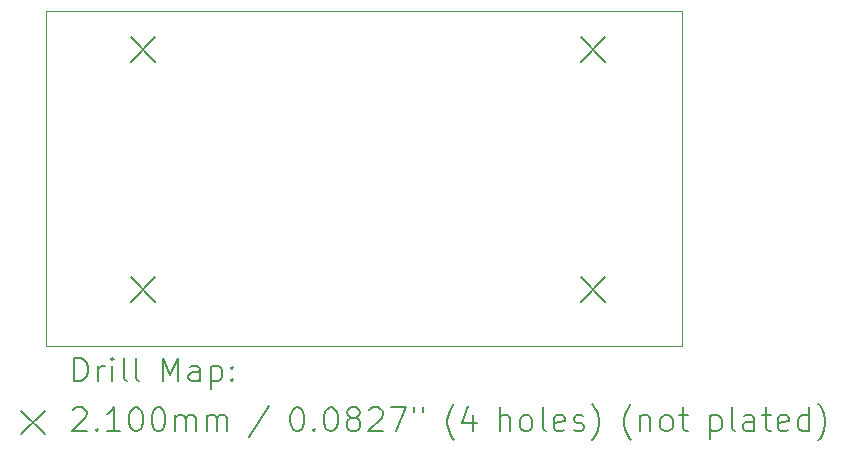
<source format=gbr>
%TF.GenerationSoftware,KiCad,Pcbnew,(6.99.0-5210-g1b15854da5)*%
%TF.CreationDate,2023-02-20T10:04:08+05:30*%
%TF.ProjectId,Prot_Circ,50726f74-5f43-4697-9263-2e6b69636164,rev?*%
%TF.SameCoordinates,Original*%
%TF.FileFunction,Drillmap*%
%TF.FilePolarity,Positive*%
%FSLAX45Y45*%
G04 Gerber Fmt 4.5, Leading zero omitted, Abs format (unit mm)*
G04 Created by KiCad (PCBNEW (6.99.0-5210-g1b15854da5)) date 2023-02-20 10:04:08*
%MOMM*%
%LPD*%
G01*
G04 APERTURE LIST*
%ADD10C,0.100000*%
%ADD11C,0.200000*%
%ADD12C,0.210000*%
G04 APERTURE END LIST*
D10*
X11366500Y-7292340D02*
X16532860Y-7292340D01*
X16756380Y-10129520D02*
X11366500Y-10129520D01*
X11366500Y-10129520D02*
X11366500Y-7292340D01*
X16756380Y-7292340D02*
X16756380Y-10129520D01*
X16532860Y-7292340D02*
X16756380Y-7292340D01*
D11*
D12*
X12087000Y-7515000D02*
X12297000Y-7725000D01*
X12297000Y-7515000D02*
X12087000Y-7725000D01*
X12087000Y-9547000D02*
X12297000Y-9757000D01*
X12297000Y-9547000D02*
X12087000Y-9757000D01*
X15897000Y-7515000D02*
X16107000Y-7725000D01*
X16107000Y-7515000D02*
X15897000Y-7725000D01*
X15897000Y-9547000D02*
X16107000Y-9757000D01*
X16107000Y-9547000D02*
X15897000Y-9757000D01*
D11*
X11609119Y-10427996D02*
X11609119Y-10227996D01*
X11609119Y-10227996D02*
X11656738Y-10227996D01*
X11656738Y-10227996D02*
X11685309Y-10237520D01*
X11685309Y-10237520D02*
X11704357Y-10256568D01*
X11704357Y-10256568D02*
X11713881Y-10275615D01*
X11713881Y-10275615D02*
X11723405Y-10313710D01*
X11723405Y-10313710D02*
X11723405Y-10342282D01*
X11723405Y-10342282D02*
X11713881Y-10380377D01*
X11713881Y-10380377D02*
X11704357Y-10399425D01*
X11704357Y-10399425D02*
X11685309Y-10418472D01*
X11685309Y-10418472D02*
X11656738Y-10427996D01*
X11656738Y-10427996D02*
X11609119Y-10427996D01*
X11809119Y-10427996D02*
X11809119Y-10294663D01*
X11809119Y-10332758D02*
X11818643Y-10313710D01*
X11818643Y-10313710D02*
X11828167Y-10304187D01*
X11828167Y-10304187D02*
X11847214Y-10294663D01*
X11847214Y-10294663D02*
X11866262Y-10294663D01*
X11932928Y-10427996D02*
X11932928Y-10294663D01*
X11932928Y-10227996D02*
X11923405Y-10237520D01*
X11923405Y-10237520D02*
X11932928Y-10247044D01*
X11932928Y-10247044D02*
X11942452Y-10237520D01*
X11942452Y-10237520D02*
X11932928Y-10227996D01*
X11932928Y-10227996D02*
X11932928Y-10247044D01*
X12056738Y-10427996D02*
X12037690Y-10418472D01*
X12037690Y-10418472D02*
X12028167Y-10399425D01*
X12028167Y-10399425D02*
X12028167Y-10227996D01*
X12161500Y-10427996D02*
X12142452Y-10418472D01*
X12142452Y-10418472D02*
X12132928Y-10399425D01*
X12132928Y-10399425D02*
X12132928Y-10227996D01*
X12357690Y-10427996D02*
X12357690Y-10227996D01*
X12357690Y-10227996D02*
X12424357Y-10370853D01*
X12424357Y-10370853D02*
X12491024Y-10227996D01*
X12491024Y-10227996D02*
X12491024Y-10427996D01*
X12671976Y-10427996D02*
X12671976Y-10323234D01*
X12671976Y-10323234D02*
X12662452Y-10304187D01*
X12662452Y-10304187D02*
X12643405Y-10294663D01*
X12643405Y-10294663D02*
X12605309Y-10294663D01*
X12605309Y-10294663D02*
X12586262Y-10304187D01*
X12671976Y-10418472D02*
X12652928Y-10427996D01*
X12652928Y-10427996D02*
X12605309Y-10427996D01*
X12605309Y-10427996D02*
X12586262Y-10418472D01*
X12586262Y-10418472D02*
X12576738Y-10399425D01*
X12576738Y-10399425D02*
X12576738Y-10380377D01*
X12576738Y-10380377D02*
X12586262Y-10361330D01*
X12586262Y-10361330D02*
X12605309Y-10351806D01*
X12605309Y-10351806D02*
X12652928Y-10351806D01*
X12652928Y-10351806D02*
X12671976Y-10342282D01*
X12767214Y-10294663D02*
X12767214Y-10494663D01*
X12767214Y-10304187D02*
X12786262Y-10294663D01*
X12786262Y-10294663D02*
X12824357Y-10294663D01*
X12824357Y-10294663D02*
X12843405Y-10304187D01*
X12843405Y-10304187D02*
X12852928Y-10313710D01*
X12852928Y-10313710D02*
X12862452Y-10332758D01*
X12862452Y-10332758D02*
X12862452Y-10389901D01*
X12862452Y-10389901D02*
X12852928Y-10408949D01*
X12852928Y-10408949D02*
X12843405Y-10418472D01*
X12843405Y-10418472D02*
X12824357Y-10427996D01*
X12824357Y-10427996D02*
X12786262Y-10427996D01*
X12786262Y-10427996D02*
X12767214Y-10418472D01*
X12948167Y-10408949D02*
X12957690Y-10418472D01*
X12957690Y-10418472D02*
X12948167Y-10427996D01*
X12948167Y-10427996D02*
X12938643Y-10418472D01*
X12938643Y-10418472D02*
X12948167Y-10408949D01*
X12948167Y-10408949D02*
X12948167Y-10427996D01*
X12948167Y-10304187D02*
X12957690Y-10313710D01*
X12957690Y-10313710D02*
X12948167Y-10323234D01*
X12948167Y-10323234D02*
X12938643Y-10313710D01*
X12938643Y-10313710D02*
X12948167Y-10304187D01*
X12948167Y-10304187D02*
X12948167Y-10323234D01*
X11161500Y-10674520D02*
X11361500Y-10874520D01*
X11361500Y-10674520D02*
X11161500Y-10874520D01*
X11599595Y-10667044D02*
X11609119Y-10657520D01*
X11609119Y-10657520D02*
X11628167Y-10647996D01*
X11628167Y-10647996D02*
X11675786Y-10647996D01*
X11675786Y-10647996D02*
X11694833Y-10657520D01*
X11694833Y-10657520D02*
X11704357Y-10667044D01*
X11704357Y-10667044D02*
X11713881Y-10686091D01*
X11713881Y-10686091D02*
X11713881Y-10705139D01*
X11713881Y-10705139D02*
X11704357Y-10733710D01*
X11704357Y-10733710D02*
X11590071Y-10847996D01*
X11590071Y-10847996D02*
X11713881Y-10847996D01*
X11799595Y-10828949D02*
X11809119Y-10838472D01*
X11809119Y-10838472D02*
X11799595Y-10847996D01*
X11799595Y-10847996D02*
X11790071Y-10838472D01*
X11790071Y-10838472D02*
X11799595Y-10828949D01*
X11799595Y-10828949D02*
X11799595Y-10847996D01*
X11999595Y-10847996D02*
X11885309Y-10847996D01*
X11942452Y-10847996D02*
X11942452Y-10647996D01*
X11942452Y-10647996D02*
X11923405Y-10676568D01*
X11923405Y-10676568D02*
X11904357Y-10695615D01*
X11904357Y-10695615D02*
X11885309Y-10705139D01*
X12123405Y-10647996D02*
X12142452Y-10647996D01*
X12142452Y-10647996D02*
X12161500Y-10657520D01*
X12161500Y-10657520D02*
X12171024Y-10667044D01*
X12171024Y-10667044D02*
X12180548Y-10686091D01*
X12180548Y-10686091D02*
X12190071Y-10724187D01*
X12190071Y-10724187D02*
X12190071Y-10771806D01*
X12190071Y-10771806D02*
X12180548Y-10809901D01*
X12180548Y-10809901D02*
X12171024Y-10828949D01*
X12171024Y-10828949D02*
X12161500Y-10838472D01*
X12161500Y-10838472D02*
X12142452Y-10847996D01*
X12142452Y-10847996D02*
X12123405Y-10847996D01*
X12123405Y-10847996D02*
X12104357Y-10838472D01*
X12104357Y-10838472D02*
X12094833Y-10828949D01*
X12094833Y-10828949D02*
X12085309Y-10809901D01*
X12085309Y-10809901D02*
X12075786Y-10771806D01*
X12075786Y-10771806D02*
X12075786Y-10724187D01*
X12075786Y-10724187D02*
X12085309Y-10686091D01*
X12085309Y-10686091D02*
X12094833Y-10667044D01*
X12094833Y-10667044D02*
X12104357Y-10657520D01*
X12104357Y-10657520D02*
X12123405Y-10647996D01*
X12313881Y-10647996D02*
X12332929Y-10647996D01*
X12332929Y-10647996D02*
X12351976Y-10657520D01*
X12351976Y-10657520D02*
X12361500Y-10667044D01*
X12361500Y-10667044D02*
X12371024Y-10686091D01*
X12371024Y-10686091D02*
X12380548Y-10724187D01*
X12380548Y-10724187D02*
X12380548Y-10771806D01*
X12380548Y-10771806D02*
X12371024Y-10809901D01*
X12371024Y-10809901D02*
X12361500Y-10828949D01*
X12361500Y-10828949D02*
X12351976Y-10838472D01*
X12351976Y-10838472D02*
X12332929Y-10847996D01*
X12332929Y-10847996D02*
X12313881Y-10847996D01*
X12313881Y-10847996D02*
X12294833Y-10838472D01*
X12294833Y-10838472D02*
X12285309Y-10828949D01*
X12285309Y-10828949D02*
X12275786Y-10809901D01*
X12275786Y-10809901D02*
X12266262Y-10771806D01*
X12266262Y-10771806D02*
X12266262Y-10724187D01*
X12266262Y-10724187D02*
X12275786Y-10686091D01*
X12275786Y-10686091D02*
X12285309Y-10667044D01*
X12285309Y-10667044D02*
X12294833Y-10657520D01*
X12294833Y-10657520D02*
X12313881Y-10647996D01*
X12466262Y-10847996D02*
X12466262Y-10714663D01*
X12466262Y-10733710D02*
X12475786Y-10724187D01*
X12475786Y-10724187D02*
X12494833Y-10714663D01*
X12494833Y-10714663D02*
X12523405Y-10714663D01*
X12523405Y-10714663D02*
X12542452Y-10724187D01*
X12542452Y-10724187D02*
X12551976Y-10743234D01*
X12551976Y-10743234D02*
X12551976Y-10847996D01*
X12551976Y-10743234D02*
X12561500Y-10724187D01*
X12561500Y-10724187D02*
X12580548Y-10714663D01*
X12580548Y-10714663D02*
X12609119Y-10714663D01*
X12609119Y-10714663D02*
X12628167Y-10724187D01*
X12628167Y-10724187D02*
X12637690Y-10743234D01*
X12637690Y-10743234D02*
X12637690Y-10847996D01*
X12732929Y-10847996D02*
X12732929Y-10714663D01*
X12732929Y-10733710D02*
X12742452Y-10724187D01*
X12742452Y-10724187D02*
X12761500Y-10714663D01*
X12761500Y-10714663D02*
X12790071Y-10714663D01*
X12790071Y-10714663D02*
X12809119Y-10724187D01*
X12809119Y-10724187D02*
X12818643Y-10743234D01*
X12818643Y-10743234D02*
X12818643Y-10847996D01*
X12818643Y-10743234D02*
X12828167Y-10724187D01*
X12828167Y-10724187D02*
X12847214Y-10714663D01*
X12847214Y-10714663D02*
X12875786Y-10714663D01*
X12875786Y-10714663D02*
X12894833Y-10724187D01*
X12894833Y-10724187D02*
X12904357Y-10743234D01*
X12904357Y-10743234D02*
X12904357Y-10847996D01*
X13262452Y-10638472D02*
X13091024Y-10895615D01*
X13487214Y-10647996D02*
X13506262Y-10647996D01*
X13506262Y-10647996D02*
X13525310Y-10657520D01*
X13525310Y-10657520D02*
X13534833Y-10667044D01*
X13534833Y-10667044D02*
X13544357Y-10686091D01*
X13544357Y-10686091D02*
X13553881Y-10724187D01*
X13553881Y-10724187D02*
X13553881Y-10771806D01*
X13553881Y-10771806D02*
X13544357Y-10809901D01*
X13544357Y-10809901D02*
X13534833Y-10828949D01*
X13534833Y-10828949D02*
X13525310Y-10838472D01*
X13525310Y-10838472D02*
X13506262Y-10847996D01*
X13506262Y-10847996D02*
X13487214Y-10847996D01*
X13487214Y-10847996D02*
X13468167Y-10838472D01*
X13468167Y-10838472D02*
X13458643Y-10828949D01*
X13458643Y-10828949D02*
X13449119Y-10809901D01*
X13449119Y-10809901D02*
X13439595Y-10771806D01*
X13439595Y-10771806D02*
X13439595Y-10724187D01*
X13439595Y-10724187D02*
X13449119Y-10686091D01*
X13449119Y-10686091D02*
X13458643Y-10667044D01*
X13458643Y-10667044D02*
X13468167Y-10657520D01*
X13468167Y-10657520D02*
X13487214Y-10647996D01*
X13639595Y-10828949D02*
X13649119Y-10838472D01*
X13649119Y-10838472D02*
X13639595Y-10847996D01*
X13639595Y-10847996D02*
X13630071Y-10838472D01*
X13630071Y-10838472D02*
X13639595Y-10828949D01*
X13639595Y-10828949D02*
X13639595Y-10847996D01*
X13772929Y-10647996D02*
X13791976Y-10647996D01*
X13791976Y-10647996D02*
X13811024Y-10657520D01*
X13811024Y-10657520D02*
X13820548Y-10667044D01*
X13820548Y-10667044D02*
X13830071Y-10686091D01*
X13830071Y-10686091D02*
X13839595Y-10724187D01*
X13839595Y-10724187D02*
X13839595Y-10771806D01*
X13839595Y-10771806D02*
X13830071Y-10809901D01*
X13830071Y-10809901D02*
X13820548Y-10828949D01*
X13820548Y-10828949D02*
X13811024Y-10838472D01*
X13811024Y-10838472D02*
X13791976Y-10847996D01*
X13791976Y-10847996D02*
X13772929Y-10847996D01*
X13772929Y-10847996D02*
X13753881Y-10838472D01*
X13753881Y-10838472D02*
X13744357Y-10828949D01*
X13744357Y-10828949D02*
X13734833Y-10809901D01*
X13734833Y-10809901D02*
X13725310Y-10771806D01*
X13725310Y-10771806D02*
X13725310Y-10724187D01*
X13725310Y-10724187D02*
X13734833Y-10686091D01*
X13734833Y-10686091D02*
X13744357Y-10667044D01*
X13744357Y-10667044D02*
X13753881Y-10657520D01*
X13753881Y-10657520D02*
X13772929Y-10647996D01*
X13953881Y-10733710D02*
X13934833Y-10724187D01*
X13934833Y-10724187D02*
X13925310Y-10714663D01*
X13925310Y-10714663D02*
X13915786Y-10695615D01*
X13915786Y-10695615D02*
X13915786Y-10686091D01*
X13915786Y-10686091D02*
X13925310Y-10667044D01*
X13925310Y-10667044D02*
X13934833Y-10657520D01*
X13934833Y-10657520D02*
X13953881Y-10647996D01*
X13953881Y-10647996D02*
X13991976Y-10647996D01*
X13991976Y-10647996D02*
X14011024Y-10657520D01*
X14011024Y-10657520D02*
X14020548Y-10667044D01*
X14020548Y-10667044D02*
X14030071Y-10686091D01*
X14030071Y-10686091D02*
X14030071Y-10695615D01*
X14030071Y-10695615D02*
X14020548Y-10714663D01*
X14020548Y-10714663D02*
X14011024Y-10724187D01*
X14011024Y-10724187D02*
X13991976Y-10733710D01*
X13991976Y-10733710D02*
X13953881Y-10733710D01*
X13953881Y-10733710D02*
X13934833Y-10743234D01*
X13934833Y-10743234D02*
X13925310Y-10752758D01*
X13925310Y-10752758D02*
X13915786Y-10771806D01*
X13915786Y-10771806D02*
X13915786Y-10809901D01*
X13915786Y-10809901D02*
X13925310Y-10828949D01*
X13925310Y-10828949D02*
X13934833Y-10838472D01*
X13934833Y-10838472D02*
X13953881Y-10847996D01*
X13953881Y-10847996D02*
X13991976Y-10847996D01*
X13991976Y-10847996D02*
X14011024Y-10838472D01*
X14011024Y-10838472D02*
X14020548Y-10828949D01*
X14020548Y-10828949D02*
X14030071Y-10809901D01*
X14030071Y-10809901D02*
X14030071Y-10771806D01*
X14030071Y-10771806D02*
X14020548Y-10752758D01*
X14020548Y-10752758D02*
X14011024Y-10743234D01*
X14011024Y-10743234D02*
X13991976Y-10733710D01*
X14106262Y-10667044D02*
X14115786Y-10657520D01*
X14115786Y-10657520D02*
X14134833Y-10647996D01*
X14134833Y-10647996D02*
X14182452Y-10647996D01*
X14182452Y-10647996D02*
X14201500Y-10657520D01*
X14201500Y-10657520D02*
X14211024Y-10667044D01*
X14211024Y-10667044D02*
X14220548Y-10686091D01*
X14220548Y-10686091D02*
X14220548Y-10705139D01*
X14220548Y-10705139D02*
X14211024Y-10733710D01*
X14211024Y-10733710D02*
X14096738Y-10847996D01*
X14096738Y-10847996D02*
X14220548Y-10847996D01*
X14287214Y-10647996D02*
X14420548Y-10647996D01*
X14420548Y-10647996D02*
X14334833Y-10847996D01*
X14487214Y-10647996D02*
X14487214Y-10686091D01*
X14563405Y-10647996D02*
X14563405Y-10686091D01*
X14826262Y-10924187D02*
X14816738Y-10914663D01*
X14816738Y-10914663D02*
X14797691Y-10886091D01*
X14797691Y-10886091D02*
X14788167Y-10867044D01*
X14788167Y-10867044D02*
X14778643Y-10838472D01*
X14778643Y-10838472D02*
X14769119Y-10790853D01*
X14769119Y-10790853D02*
X14769119Y-10752758D01*
X14769119Y-10752758D02*
X14778643Y-10705139D01*
X14778643Y-10705139D02*
X14788167Y-10676568D01*
X14788167Y-10676568D02*
X14797691Y-10657520D01*
X14797691Y-10657520D02*
X14816738Y-10628949D01*
X14816738Y-10628949D02*
X14826262Y-10619425D01*
X14988167Y-10714663D02*
X14988167Y-10847996D01*
X14940548Y-10638472D02*
X14892929Y-10781330D01*
X14892929Y-10781330D02*
X15016738Y-10781330D01*
X15212929Y-10847996D02*
X15212929Y-10647996D01*
X15298643Y-10847996D02*
X15298643Y-10743234D01*
X15298643Y-10743234D02*
X15289119Y-10724187D01*
X15289119Y-10724187D02*
X15270072Y-10714663D01*
X15270072Y-10714663D02*
X15241500Y-10714663D01*
X15241500Y-10714663D02*
X15222452Y-10724187D01*
X15222452Y-10724187D02*
X15212929Y-10733710D01*
X15422452Y-10847996D02*
X15403405Y-10838472D01*
X15403405Y-10838472D02*
X15393881Y-10828949D01*
X15393881Y-10828949D02*
X15384357Y-10809901D01*
X15384357Y-10809901D02*
X15384357Y-10752758D01*
X15384357Y-10752758D02*
X15393881Y-10733710D01*
X15393881Y-10733710D02*
X15403405Y-10724187D01*
X15403405Y-10724187D02*
X15422452Y-10714663D01*
X15422452Y-10714663D02*
X15451024Y-10714663D01*
X15451024Y-10714663D02*
X15470072Y-10724187D01*
X15470072Y-10724187D02*
X15479595Y-10733710D01*
X15479595Y-10733710D02*
X15489119Y-10752758D01*
X15489119Y-10752758D02*
X15489119Y-10809901D01*
X15489119Y-10809901D02*
X15479595Y-10828949D01*
X15479595Y-10828949D02*
X15470072Y-10838472D01*
X15470072Y-10838472D02*
X15451024Y-10847996D01*
X15451024Y-10847996D02*
X15422452Y-10847996D01*
X15603405Y-10847996D02*
X15584357Y-10838472D01*
X15584357Y-10838472D02*
X15574833Y-10819425D01*
X15574833Y-10819425D02*
X15574833Y-10647996D01*
X15755786Y-10838472D02*
X15736738Y-10847996D01*
X15736738Y-10847996D02*
X15698643Y-10847996D01*
X15698643Y-10847996D02*
X15679595Y-10838472D01*
X15679595Y-10838472D02*
X15670072Y-10819425D01*
X15670072Y-10819425D02*
X15670072Y-10743234D01*
X15670072Y-10743234D02*
X15679595Y-10724187D01*
X15679595Y-10724187D02*
X15698643Y-10714663D01*
X15698643Y-10714663D02*
X15736738Y-10714663D01*
X15736738Y-10714663D02*
X15755786Y-10724187D01*
X15755786Y-10724187D02*
X15765310Y-10743234D01*
X15765310Y-10743234D02*
X15765310Y-10762282D01*
X15765310Y-10762282D02*
X15670072Y-10781330D01*
X15841500Y-10838472D02*
X15860548Y-10847996D01*
X15860548Y-10847996D02*
X15898643Y-10847996D01*
X15898643Y-10847996D02*
X15917691Y-10838472D01*
X15917691Y-10838472D02*
X15927214Y-10819425D01*
X15927214Y-10819425D02*
X15927214Y-10809901D01*
X15927214Y-10809901D02*
X15917691Y-10790853D01*
X15917691Y-10790853D02*
X15898643Y-10781330D01*
X15898643Y-10781330D02*
X15870072Y-10781330D01*
X15870072Y-10781330D02*
X15851024Y-10771806D01*
X15851024Y-10771806D02*
X15841500Y-10752758D01*
X15841500Y-10752758D02*
X15841500Y-10743234D01*
X15841500Y-10743234D02*
X15851024Y-10724187D01*
X15851024Y-10724187D02*
X15870072Y-10714663D01*
X15870072Y-10714663D02*
X15898643Y-10714663D01*
X15898643Y-10714663D02*
X15917691Y-10724187D01*
X15993881Y-10924187D02*
X16003405Y-10914663D01*
X16003405Y-10914663D02*
X16022453Y-10886091D01*
X16022453Y-10886091D02*
X16031976Y-10867044D01*
X16031976Y-10867044D02*
X16041500Y-10838472D01*
X16041500Y-10838472D02*
X16051024Y-10790853D01*
X16051024Y-10790853D02*
X16051024Y-10752758D01*
X16051024Y-10752758D02*
X16041500Y-10705139D01*
X16041500Y-10705139D02*
X16031976Y-10676568D01*
X16031976Y-10676568D02*
X16022453Y-10657520D01*
X16022453Y-10657520D02*
X16003405Y-10628949D01*
X16003405Y-10628949D02*
X15993881Y-10619425D01*
X16323405Y-10924187D02*
X16313881Y-10914663D01*
X16313881Y-10914663D02*
X16294833Y-10886091D01*
X16294833Y-10886091D02*
X16285310Y-10867044D01*
X16285310Y-10867044D02*
X16275786Y-10838472D01*
X16275786Y-10838472D02*
X16266262Y-10790853D01*
X16266262Y-10790853D02*
X16266262Y-10752758D01*
X16266262Y-10752758D02*
X16275786Y-10705139D01*
X16275786Y-10705139D02*
X16285310Y-10676568D01*
X16285310Y-10676568D02*
X16294833Y-10657520D01*
X16294833Y-10657520D02*
X16313881Y-10628949D01*
X16313881Y-10628949D02*
X16323405Y-10619425D01*
X16399595Y-10714663D02*
X16399595Y-10847996D01*
X16399595Y-10733710D02*
X16409119Y-10724187D01*
X16409119Y-10724187D02*
X16428167Y-10714663D01*
X16428167Y-10714663D02*
X16456738Y-10714663D01*
X16456738Y-10714663D02*
X16475786Y-10724187D01*
X16475786Y-10724187D02*
X16485310Y-10743234D01*
X16485310Y-10743234D02*
X16485310Y-10847996D01*
X16609119Y-10847996D02*
X16590072Y-10838472D01*
X16590072Y-10838472D02*
X16580548Y-10828949D01*
X16580548Y-10828949D02*
X16571024Y-10809901D01*
X16571024Y-10809901D02*
X16571024Y-10752758D01*
X16571024Y-10752758D02*
X16580548Y-10733710D01*
X16580548Y-10733710D02*
X16590072Y-10724187D01*
X16590072Y-10724187D02*
X16609119Y-10714663D01*
X16609119Y-10714663D02*
X16637691Y-10714663D01*
X16637691Y-10714663D02*
X16656738Y-10724187D01*
X16656738Y-10724187D02*
X16666262Y-10733710D01*
X16666262Y-10733710D02*
X16675786Y-10752758D01*
X16675786Y-10752758D02*
X16675786Y-10809901D01*
X16675786Y-10809901D02*
X16666262Y-10828949D01*
X16666262Y-10828949D02*
X16656738Y-10838472D01*
X16656738Y-10838472D02*
X16637691Y-10847996D01*
X16637691Y-10847996D02*
X16609119Y-10847996D01*
X16732929Y-10714663D02*
X16809119Y-10714663D01*
X16761500Y-10647996D02*
X16761500Y-10819425D01*
X16761500Y-10819425D02*
X16771024Y-10838472D01*
X16771024Y-10838472D02*
X16790072Y-10847996D01*
X16790072Y-10847996D02*
X16809119Y-10847996D01*
X16995786Y-10714663D02*
X16995786Y-10914663D01*
X16995786Y-10724187D02*
X17014834Y-10714663D01*
X17014834Y-10714663D02*
X17052929Y-10714663D01*
X17052929Y-10714663D02*
X17071976Y-10724187D01*
X17071976Y-10724187D02*
X17081500Y-10733710D01*
X17081500Y-10733710D02*
X17091024Y-10752758D01*
X17091024Y-10752758D02*
X17091024Y-10809901D01*
X17091024Y-10809901D02*
X17081500Y-10828949D01*
X17081500Y-10828949D02*
X17071976Y-10838472D01*
X17071976Y-10838472D02*
X17052929Y-10847996D01*
X17052929Y-10847996D02*
X17014834Y-10847996D01*
X17014834Y-10847996D02*
X16995786Y-10838472D01*
X17205310Y-10847996D02*
X17186262Y-10838472D01*
X17186262Y-10838472D02*
X17176738Y-10819425D01*
X17176738Y-10819425D02*
X17176738Y-10647996D01*
X17367215Y-10847996D02*
X17367215Y-10743234D01*
X17367215Y-10743234D02*
X17357691Y-10724187D01*
X17357691Y-10724187D02*
X17338643Y-10714663D01*
X17338643Y-10714663D02*
X17300548Y-10714663D01*
X17300548Y-10714663D02*
X17281500Y-10724187D01*
X17367215Y-10838472D02*
X17348167Y-10847996D01*
X17348167Y-10847996D02*
X17300548Y-10847996D01*
X17300548Y-10847996D02*
X17281500Y-10838472D01*
X17281500Y-10838472D02*
X17271976Y-10819425D01*
X17271976Y-10819425D02*
X17271976Y-10800377D01*
X17271976Y-10800377D02*
X17281500Y-10781330D01*
X17281500Y-10781330D02*
X17300548Y-10771806D01*
X17300548Y-10771806D02*
X17348167Y-10771806D01*
X17348167Y-10771806D02*
X17367215Y-10762282D01*
X17433881Y-10714663D02*
X17510072Y-10714663D01*
X17462453Y-10647996D02*
X17462453Y-10819425D01*
X17462453Y-10819425D02*
X17471976Y-10838472D01*
X17471976Y-10838472D02*
X17491024Y-10847996D01*
X17491024Y-10847996D02*
X17510072Y-10847996D01*
X17652929Y-10838472D02*
X17633881Y-10847996D01*
X17633881Y-10847996D02*
X17595786Y-10847996D01*
X17595786Y-10847996D02*
X17576738Y-10838472D01*
X17576738Y-10838472D02*
X17567215Y-10819425D01*
X17567215Y-10819425D02*
X17567215Y-10743234D01*
X17567215Y-10743234D02*
X17576738Y-10724187D01*
X17576738Y-10724187D02*
X17595786Y-10714663D01*
X17595786Y-10714663D02*
X17633881Y-10714663D01*
X17633881Y-10714663D02*
X17652929Y-10724187D01*
X17652929Y-10724187D02*
X17662453Y-10743234D01*
X17662453Y-10743234D02*
X17662453Y-10762282D01*
X17662453Y-10762282D02*
X17567215Y-10781330D01*
X17833881Y-10847996D02*
X17833881Y-10647996D01*
X17833881Y-10838472D02*
X17814834Y-10847996D01*
X17814834Y-10847996D02*
X17776738Y-10847996D01*
X17776738Y-10847996D02*
X17757691Y-10838472D01*
X17757691Y-10838472D02*
X17748167Y-10828949D01*
X17748167Y-10828949D02*
X17738643Y-10809901D01*
X17738643Y-10809901D02*
X17738643Y-10752758D01*
X17738643Y-10752758D02*
X17748167Y-10733710D01*
X17748167Y-10733710D02*
X17757691Y-10724187D01*
X17757691Y-10724187D02*
X17776738Y-10714663D01*
X17776738Y-10714663D02*
X17814834Y-10714663D01*
X17814834Y-10714663D02*
X17833881Y-10724187D01*
X17910072Y-10924187D02*
X17919596Y-10914663D01*
X17919596Y-10914663D02*
X17938643Y-10886091D01*
X17938643Y-10886091D02*
X17948167Y-10867044D01*
X17948167Y-10867044D02*
X17957691Y-10838472D01*
X17957691Y-10838472D02*
X17967215Y-10790853D01*
X17967215Y-10790853D02*
X17967215Y-10752758D01*
X17967215Y-10752758D02*
X17957691Y-10705139D01*
X17957691Y-10705139D02*
X17948167Y-10676568D01*
X17948167Y-10676568D02*
X17938643Y-10657520D01*
X17938643Y-10657520D02*
X17919596Y-10628949D01*
X17919596Y-10628949D02*
X17910072Y-10619425D01*
M02*

</source>
